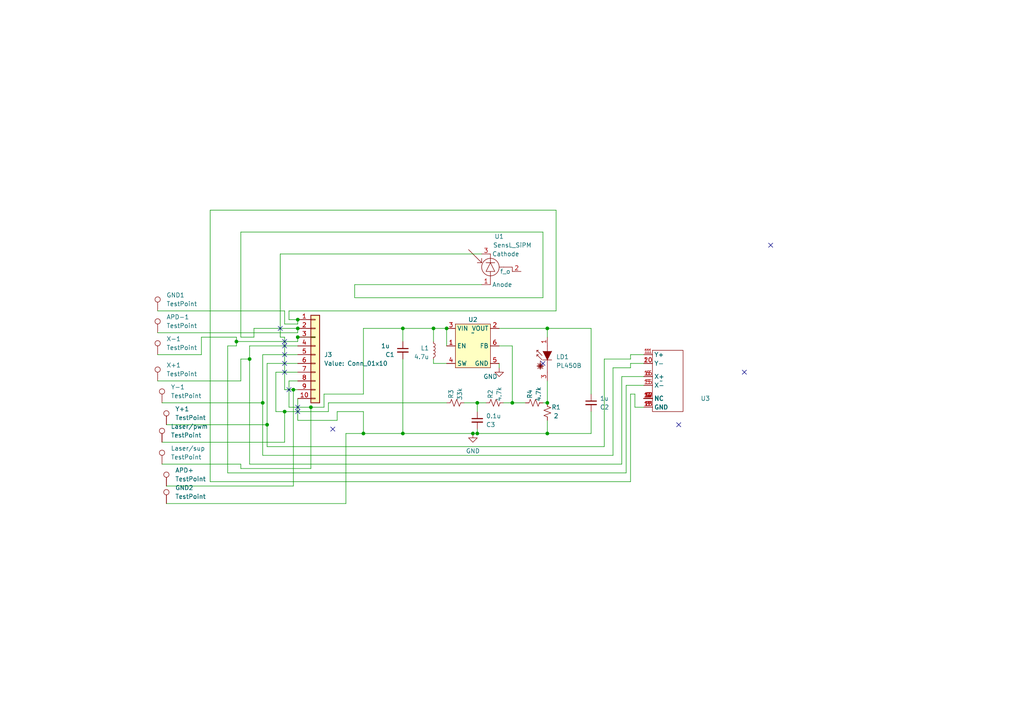
<source format=kicad_sch>
(kicad_sch (version 20230121) (generator eeschema)

  (uuid 08b3d1a9-1627-471f-a392-fd1d4e3923e4)

  (paper "A4")

  (lib_symbols
    (symbol "0_kicad_custom_symbols:AP3036" (in_bom yes) (on_board yes)
      (property "Reference" "U" (at 0 7.62 0)
        (effects (font (size 1.27 1.27)))
      )
      (property "Value" "" (at 0 3.81 0)
        (effects (font (size 1.27 1.27)))
      )
      (property "Footprint" "" (at 0 3.81 0)
        (effects (font (size 1.27 1.27)) hide)
      )
      (property "Datasheet" "" (at 0 3.81 0)
        (effects (font (size 1.27 1.27)) hide)
      )
      (symbol "AP3036_0_0"
        (pin unspecified line (at -7.62 0 0) (length 2.54)
          (name "EN" (effects (font (size 1.27 1.27))))
          (number "1" (effects (font (size 1.27 1.27))))
        )
        (pin unspecified line (at 7.62 5.08 180) (length 2.54)
          (name "VOUT" (effects (font (size 1.27 1.27))))
          (number "2" (effects (font (size 1.27 1.27))))
        )
        (pin unspecified line (at -7.62 5.08 0) (length 2.54)
          (name "VIN" (effects (font (size 1.27 1.27))))
          (number "3" (effects (font (size 1.27 1.27))))
        )
        (pin unspecified line (at -7.62 -5.08 0) (length 2.54)
          (name "SW" (effects (font (size 1.27 1.27))))
          (number "4" (effects (font (size 1.27 1.27))))
        )
        (pin unspecified line (at 7.62 -5.08 180) (length 2.54)
          (name "GND" (effects (font (size 1.27 1.27))))
          (number "5" (effects (font (size 1.27 1.27))))
        )
        (pin unspecified line (at 7.62 0 180) (length 2.54)
          (name "FB" (effects (font (size 1.27 1.27))))
          (number "6" (effects (font (size 1.27 1.27))))
        )
      )
      (symbol "AP3036_1_1"
        (rectangle (start -5.08 6.35) (end 5.08 -6.35)
          (stroke (width 0) (type default))
          (fill (type background))
        )
      )
    )
    (symbol "0_kicad_custom_symbols:SensL_SiPM" (in_bom yes) (on_board yes)
      (property "Reference" "U" (at -6.35 -1.27 0)
        (effects (font (size 1.27 1.27)))
      )
      (property "Value" "SensL_SiPM" (at -8.89 -3.81 0)
        (effects (font (size 1.27 1.27)))
      )
      (property "Footprint" "" (at 0.635 5.715 90)
        (effects (font (size 1.27 1.27)) hide)
      )
      (property "Datasheet" "" (at 0.635 5.715 90)
        (effects (font (size 1.27 1.27)) hide)
      )
      (symbol "SensL_SiPM_0_0"
        (pin unspecified line (at -2.54 -5.08 0) (length 2.54)
          (name "Anode" (effects (font (size 1.27 1.27))))
          (number "1" (effects (font (size 1.27 1.27))))
        )
        (pin unspecified line (at 8.89 -1.27 180) (length 2.54)
          (name "f_o" (effects (font (size 1.27 1.27))))
          (number "2" (effects (font (size 1.27 1.27))))
        )
        (pin unspecified line (at -2.54 3.81 0) (length 2.54)
          (name "Cathode" (effects (font (size 1.27 1.27))))
          (number "3" (effects (font (size 1.27 1.27))))
        )
      )
      (symbol "SensL_SiPM_0_1"
        (polyline
          (pts
            (xy -6.35 5.08)
            (xy -2.54 1.27)
          )
          (stroke (width 0) (type default))
          (fill (type none))
        )
        (polyline
          (pts
            (xy -1.27 1.27)
            (xy 1.27 1.27)
          )
          (stroke (width 0) (type default))
          (fill (type none))
        )
        (polyline
          (pts
            (xy 0 1.27)
            (xy 0 3.81)
          )
          (stroke (width 0) (type default))
          (fill (type none))
        )
        (polyline
          (pts
            (xy 2.54 0)
            (xy 3.81 0)
          )
          (stroke (width 0) (type default))
          (fill (type none))
        )
        (polyline
          (pts
            (xy -2.54 2.54)
            (xy -2.54 1.27)
            (xy -3.81 1.27)
          )
          (stroke (width 0) (type default))
          (fill (type none))
        )
        (polyline
          (pts
            (xy 6.35 -1.27)
            (xy 6.35 0)
            (xy 3.81 0)
          )
          (stroke (width 0) (type default))
          (fill (type none))
        )
        (polyline
          (pts
            (xy -1.27 -1.27)
            (xy 1.27 -1.27)
            (xy 0 1.27)
            (xy -1.27 -1.27)
            (xy 0 -1.27)
            (xy 0 -5.08)
          )
          (stroke (width 0) (type default))
          (fill (type none))
        )
        (circle (center 0 0) (radius 2.54)
          (stroke (width 0) (type default))
          (fill (type none))
        )
      )
    )
    (symbol "Connector:TestPoint" (pin_numbers hide) (pin_names (offset 0.762) hide) (in_bom yes) (on_board yes)
      (property "Reference" "TP" (at 0 6.858 0)
        (effects (font (size 1.27 1.27)))
      )
      (property "Value" "TestPoint" (at 0 5.08 0)
        (effects (font (size 1.27 1.27)))
      )
      (property "Footprint" "" (at 5.08 0 0)
        (effects (font (size 1.27 1.27)) hide)
      )
      (property "Datasheet" "~" (at 5.08 0 0)
        (effects (font (size 1.27 1.27)) hide)
      )
      (property "ki_keywords" "test point tp" (at 0 0 0)
        (effects (font (size 1.27 1.27)) hide)
      )
      (property "ki_description" "test point" (at 0 0 0)
        (effects (font (size 1.27 1.27)) hide)
      )
      (property "ki_fp_filters" "Pin* Test*" (at 0 0 0)
        (effects (font (size 1.27 1.27)) hide)
      )
      (symbol "TestPoint_0_1"
        (circle (center 0 3.302) (radius 0.762)
          (stroke (width 0) (type default))
          (fill (type none))
        )
      )
      (symbol "TestPoint_1_1"
        (pin passive line (at 0 0 90) (length 2.54)
          (name "1" (effects (font (size 1.27 1.27))))
          (number "1" (effects (font (size 1.27 1.27))))
        )
      )
    )
    (symbol "Connector_Generic:Conn_01x10" (pin_names (offset 1.016) hide) (in_bom yes) (on_board yes)
      (property "Reference" "J" (at 0 12.7 0)
        (effects (font (size 1.27 1.27)))
      )
      (property "Value" "Conn_01x10" (at 0 -15.24 0)
        (effects (font (size 1.27 1.27)))
      )
      (property "Footprint" "" (at 0 0 0)
        (effects (font (size 1.27 1.27)) hide)
      )
      (property "Datasheet" "~" (at 0 0 0)
        (effects (font (size 1.27 1.27)) hide)
      )
      (property "ki_keywords" "connector" (at 0 0 0)
        (effects (font (size 1.27 1.27)) hide)
      )
      (property "ki_description" "Generic connector, single row, 01x10, script generated (kicad-library-utils/schlib/autogen/connector/)" (at 0 0 0)
        (effects (font (size 1.27 1.27)) hide)
      )
      (property "ki_fp_filters" "Connector*:*_1x??_*" (at 0 0 0)
        (effects (font (size 1.27 1.27)) hide)
      )
      (symbol "Conn_01x10_1_1"
        (rectangle (start -1.27 -12.573) (end 0 -12.827)
          (stroke (width 0.1524) (type default))
          (fill (type none))
        )
        (rectangle (start -1.27 -10.033) (end 0 -10.287)
          (stroke (width 0.1524) (type default))
          (fill (type none))
        )
        (rectangle (start -1.27 -7.493) (end 0 -7.747)
          (stroke (width 0.1524) (type default))
          (fill (type none))
        )
        (rectangle (start -1.27 -4.953) (end 0 -5.207)
          (stroke (width 0.1524) (type default))
          (fill (type none))
        )
        (rectangle (start -1.27 -2.413) (end 0 -2.667)
          (stroke (width 0.1524) (type default))
          (fill (type none))
        )
        (rectangle (start -1.27 0.127) (end 0 -0.127)
          (stroke (width 0.1524) (type default))
          (fill (type none))
        )
        (rectangle (start -1.27 2.667) (end 0 2.413)
          (stroke (width 0.1524) (type default))
          (fill (type none))
        )
        (rectangle (start -1.27 5.207) (end 0 4.953)
          (stroke (width 0.1524) (type default))
          (fill (type none))
        )
        (rectangle (start -1.27 7.747) (end 0 7.493)
          (stroke (width 0.1524) (type default))
          (fill (type none))
        )
        (rectangle (start -1.27 10.287) (end 0 10.033)
          (stroke (width 0.1524) (type default))
          (fill (type none))
        )
        (rectangle (start -1.27 11.43) (end 1.27 -13.97)
          (stroke (width 0.254) (type default))
          (fill (type background))
        )
        (pin passive line (at -5.08 10.16 0) (length 3.81)
          (name "Pin_1" (effects (font (size 1.27 1.27))))
          (number "1" (effects (font (size 1.27 1.27))))
        )
        (pin passive line (at -5.08 -12.7 0) (length 3.81)
          (name "Pin_10" (effects (font (size 1.27 1.27))))
          (number "10" (effects (font (size 1.27 1.27))))
        )
        (pin passive line (at -5.08 7.62 0) (length 3.81)
          (name "Pin_2" (effects (font (size 1.27 1.27))))
          (number "2" (effects (font (size 1.27 1.27))))
        )
        (pin passive line (at -5.08 5.08 0) (length 3.81)
          (name "Pin_3" (effects (font (size 1.27 1.27))))
          (number "3" (effects (font (size 1.27 1.27))))
        )
        (pin passive line (at -5.08 2.54 0) (length 3.81)
          (name "Pin_4" (effects (font (size 1.27 1.27))))
          (number "4" (effects (font (size 1.27 1.27))))
        )
        (pin passive line (at -5.08 0 0) (length 3.81)
          (name "Pin_5" (effects (font (size 1.27 1.27))))
          (number "5" (effects (font (size 1.27 1.27))))
        )
        (pin passive line (at -5.08 -2.54 0) (length 3.81)
          (name "Pin_6" (effects (font (size 1.27 1.27))))
          (number "6" (effects (font (size 1.27 1.27))))
        )
        (pin passive line (at -5.08 -5.08 0) (length 3.81)
          (name "Pin_7" (effects (font (size 1.27 1.27))))
          (number "7" (effects (font (size 1.27 1.27))))
        )
        (pin passive line (at -5.08 -7.62 0) (length 3.81)
          (name "Pin_8" (effects (font (size 1.27 1.27))))
          (number "8" (effects (font (size 1.27 1.27))))
        )
        (pin passive line (at -5.08 -10.16 0) (length 3.81)
          (name "Pin_9" (effects (font (size 1.27 1.27))))
          (number "9" (effects (font (size 1.27 1.27))))
        )
      )
    )
    (symbol "Device:C_Small" (pin_numbers hide) (pin_names (offset 0.254) hide) (in_bom yes) (on_board yes)
      (property "Reference" "C" (at 0.254 1.778 0)
        (effects (font (size 1.27 1.27)) (justify left))
      )
      (property "Value" "C_Small" (at 0.254 -2.032 0)
        (effects (font (size 1.27 1.27)) (justify left))
      )
      (property "Footprint" "" (at 0 0 0)
        (effects (font (size 1.27 1.27)) hide)
      )
      (property "Datasheet" "~" (at 0 0 0)
        (effects (font (size 1.27 1.27)) hide)
      )
      (property "ki_keywords" "capacitor cap" (at 0 0 0)
        (effects (font (size 1.27 1.27)) hide)
      )
      (property "ki_description" "Unpolarized capacitor, small symbol" (at 0 0 0)
        (effects (font (size 1.27 1.27)) hide)
      )
      (property "ki_fp_filters" "C_*" (at 0 0 0)
        (effects (font (size 1.27 1.27)) hide)
      )
      (symbol "C_Small_0_1"
        (polyline
          (pts
            (xy -1.524 -0.508)
            (xy 1.524 -0.508)
          )
          (stroke (width 0.3302) (type default))
          (fill (type none))
        )
        (polyline
          (pts
            (xy -1.524 0.508)
            (xy 1.524 0.508)
          )
          (stroke (width 0.3048) (type default))
          (fill (type none))
        )
      )
      (symbol "C_Small_1_1"
        (pin passive line (at 0 2.54 270) (length 2.032)
          (name "~" (effects (font (size 1.27 1.27))))
          (number "1" (effects (font (size 1.27 1.27))))
        )
        (pin passive line (at 0 -2.54 90) (length 2.032)
          (name "~" (effects (font (size 1.27 1.27))))
          (number "2" (effects (font (size 1.27 1.27))))
        )
      )
    )
    (symbol "Device:L_Small" (pin_numbers hide) (pin_names (offset 0.254) hide) (in_bom yes) (on_board yes)
      (property "Reference" "L" (at 0.762 1.016 0)
        (effects (font (size 1.27 1.27)) (justify left))
      )
      (property "Value" "L_Small" (at 0.762 -1.016 0)
        (effects (font (size 1.27 1.27)) (justify left))
      )
      (property "Footprint" "" (at 0 0 0)
        (effects (font (size 1.27 1.27)) hide)
      )
      (property "Datasheet" "~" (at 0 0 0)
        (effects (font (size 1.27 1.27)) hide)
      )
      (property "ki_keywords" "inductor choke coil reactor magnetic" (at 0 0 0)
        (effects (font (size 1.27 1.27)) hide)
      )
      (property "ki_description" "Inductor, small symbol" (at 0 0 0)
        (effects (font (size 1.27 1.27)) hide)
      )
      (property "ki_fp_filters" "Choke_* *Coil* Inductor_* L_*" (at 0 0 0)
        (effects (font (size 1.27 1.27)) hide)
      )
      (symbol "L_Small_0_1"
        (arc (start 0 -2.032) (mid 0.5058 -1.524) (end 0 -1.016)
          (stroke (width 0) (type default))
          (fill (type none))
        )
        (arc (start 0 -1.016) (mid 0.5058 -0.508) (end 0 0)
          (stroke (width 0) (type default))
          (fill (type none))
        )
        (arc (start 0 0) (mid 0.5058 0.508) (end 0 1.016)
          (stroke (width 0) (type default))
          (fill (type none))
        )
        (arc (start 0 1.016) (mid 0.5058 1.524) (end 0 2.032)
          (stroke (width 0) (type default))
          (fill (type none))
        )
      )
      (symbol "L_Small_1_1"
        (pin passive line (at 0 2.54 270) (length 0.508)
          (name "~" (effects (font (size 1.27 1.27))))
          (number "1" (effects (font (size 1.27 1.27))))
        )
        (pin passive line (at 0 -2.54 90) (length 0.508)
          (name "~" (effects (font (size 1.27 1.27))))
          (number "2" (effects (font (size 1.27 1.27))))
        )
      )
    )
    (symbol "Device:R_Small_US" (pin_numbers hide) (pin_names (offset 0.254) hide) (in_bom yes) (on_board yes)
      (property "Reference" "R" (at 0.762 0.508 0)
        (effects (font (size 1.27 1.27)) (justify left))
      )
      (property "Value" "R_Small_US" (at 0.762 -1.016 0)
        (effects (font (size 1.27 1.27)) (justify left))
      )
      (property "Footprint" "" (at 0 0 0)
        (effects (font (size 1.27 1.27)) hide)
      )
      (property "Datasheet" "~" (at 0 0 0)
        (effects (font (size 1.27 1.27)) hide)
      )
      (property "ki_keywords" "r resistor" (at 0 0 0)
        (effects (font (size 1.27 1.27)) hide)
      )
      (property "ki_description" "Resistor, small US symbol" (at 0 0 0)
        (effects (font (size 1.27 1.27)) hide)
      )
      (property "ki_fp_filters" "R_*" (at 0 0 0)
        (effects (font (size 1.27 1.27)) hide)
      )
      (symbol "R_Small_US_1_1"
        (polyline
          (pts
            (xy 0 0)
            (xy 1.016 -0.381)
            (xy 0 -0.762)
            (xy -1.016 -1.143)
            (xy 0 -1.524)
          )
          (stroke (width 0) (type default))
          (fill (type none))
        )
        (polyline
          (pts
            (xy 0 1.524)
            (xy 1.016 1.143)
            (xy 0 0.762)
            (xy -1.016 0.381)
            (xy 0 0)
          )
          (stroke (width 0) (type default))
          (fill (type none))
        )
        (pin passive line (at 0 2.54 270) (length 1.016)
          (name "~" (effects (font (size 1.27 1.27))))
          (number "1" (effects (font (size 1.27 1.27))))
        )
        (pin passive line (at 0 -2.54 90) (length 1.016)
          (name "~" (effects (font (size 1.27 1.27))))
          (number "2" (effects (font (size 1.27 1.27))))
        )
      )
    )
    (symbol "Diode_Laser:PL450B" (pin_names (offset 1.016) hide) (in_bom yes) (on_board yes)
      (property "Reference" "LD" (at -1.27 4.445 0)
        (effects (font (size 1.27 1.27)))
      )
      (property "Value" "PL450B" (at -1.27 -2.54 0)
        (effects (font (size 1.27 1.27)))
      )
      (property "Footprint" "OptoDevice:LaserDiode_TO38ICut-3" (at 0 -4.445 0)
        (effects (font (size 1.27 1.27)) hide)
      )
      (property "Datasheet" "http://www.osram-os.com/Graphics/XPic5/00193831_0.pdf/PL%20450B.pdf" (at 0.762 -5.08 0)
        (effects (font (size 1.27 1.27)) hide)
      )
      (property "ki_keywords" "opto laserdiode" (at 0 0 0)
        (effects (font (size 1.27 1.27)) hide)
      )
      (property "ki_description" "Blue Laser Diode (450nm), TO-38" (at 0 0 0)
        (effects (font (size 1.27 1.27)) hide)
      )
      (property "ki_fp_filters" "LaserDiode*TO38ICut*" (at 0 0 0)
        (effects (font (size 1.27 1.27)) hide)
      )
      (symbol "PL450B_0_1"
        (polyline
          (pts
            (xy -4.064 1.27)
            (xy -2.54 2.794)
          )
          (stroke (width 0) (type default))
          (fill (type none))
        )
        (polyline
          (pts
            (xy -4.064 1.778)
            (xy -2.54 2.286)
          )
          (stroke (width 0) (type default))
          (fill (type none))
        )
        (polyline
          (pts
            (xy -4.064 2.286)
            (xy -2.54 1.778)
          )
          (stroke (width 0) (type default))
          (fill (type none))
        )
        (polyline
          (pts
            (xy -4.064 2.794)
            (xy -2.54 1.27)
          )
          (stroke (width 0) (type default))
          (fill (type none))
        )
        (polyline
          (pts
            (xy -3.556 2.794)
            (xy -3.048 1.27)
          )
          (stroke (width 0) (type default))
          (fill (type none))
        )
        (polyline
          (pts
            (xy -3.302 2.032)
            (xy -3.302 1.016)
          )
          (stroke (width 0) (type default))
          (fill (type none))
        )
        (polyline
          (pts
            (xy -3.302 2.032)
            (xy -3.302 3.048)
          )
          (stroke (width 0) (type default))
          (fill (type none))
        )
        (polyline
          (pts
            (xy -3.048 2.794)
            (xy -3.556 1.27)
          )
          (stroke (width 0) (type default))
          (fill (type none))
        )
        (polyline
          (pts
            (xy -1.778 2.032)
            (xy -4.318 2.032)
          )
          (stroke (width 0) (type default))
          (fill (type none))
        )
        (polyline
          (pts
            (xy -1.524 1.27)
            (xy -1.524 -1.27)
          )
          (stroke (width 0.1524) (type default))
          (fill (type none))
        )
        (polyline
          (pts
            (xy 1.27 3.048)
            (xy 0.762 3.048)
          )
          (stroke (width 0) (type default))
          (fill (type none))
        )
        (polyline
          (pts
            (xy 2.54 0)
            (xy -5.08 0)
          )
          (stroke (width 0) (type default))
          (fill (type none))
        )
        (polyline
          (pts
            (xy -0.254 1.524)
            (xy 1.27 3.048)
            (xy 1.27 2.54)
          )
          (stroke (width 0) (type default))
          (fill (type none))
        )
        (polyline
          (pts
            (xy 1.016 1.27)
            (xy -1.524 0)
            (xy 1.016 -1.27)
          )
          (stroke (width 0) (type default))
          (fill (type outline))
        )
        (polyline
          (pts
            (xy -1.524 1.524)
            (xy 0 3.048)
            (xy 0 2.54)
            (xy 0 3.048)
            (xy -0.508 3.048)
          )
          (stroke (width 0) (type default))
          (fill (type none))
        )
      )
      (symbol "PL450B_1_1"
        (pin passive line (at 5.08 0 180) (length 2.54)
          (name "A" (effects (font (size 1.27 1.27))))
          (number "1" (effects (font (size 1.27 1.27))))
        )
        (pin no_connect line (at -1.27 0 0) (length 2.54) hide
          (name "NC" (effects (font (size 1.27 1.27))))
          (number "2" (effects (font (size 1.27 1.27))))
        )
        (pin passive line (at -7.62 0 0) (length 2.54)
          (name "C" (effects (font (size 1.27 1.27))))
          (number "3" (effects (font (size 1.27 1.27))))
        )
      )
    )
    (symbol "MEMS MIRROR:MEMS" (in_bom yes) (on_board yes)
      (property "Reference" "U" (at -2.54 6.35 0)
        (effects (font (size 1.27 1.27)))
      )
      (property "Value" "" (at -2.54 6.35 0)
        (effects (font (size 1.27 1.27)))
      )
      (property "Footprint" "" (at -2.54 6.35 0)
        (effects (font (size 1.27 1.27)) hide)
      )
      (property "Datasheet" "" (at -2.54 6.35 0)
        (effects (font (size 1.27 1.27)) hide)
      )
      (symbol "MEMS_0_1"
        (rectangle (start -2.54 8.89) (end 6.35 -8.89)
          (stroke (width 0) (type default))
          (fill (type none))
        )
      )
      (symbol "MEMS_1_0"
        (pin input line (at -5.08 5.08 0) (length 2.54)
          (name "Y-" (effects (font (size 1.27 1.27))))
          (number "10" (effects (font (size 1.27 1.27))))
        )
        (pin input line (at -5.08 7.62 0) (length 2.54)
          (name "Y+" (effects (font (size 1.27 1.27))))
          (number "11" (effects (font (size 1.27 1.27))))
        )
        (pin input line (at -5.08 -5.08 0) (length 2.54)
          (name "NC" (effects (font (size 1.27 1.27))))
          (number "12" (effects (font (size 1.27 1.27))))
        )
        (pin input line (at -5.08 -7.62 0) (length 2.54)
          (name "GND" (effects (font (size 1.27 1.27))))
          (number "13" (effects (font (size 1.27 1.27))))
        )
        (pin input line (at -5.08 -5.08 0) (length 2.54)
          (name "NC" (effects (font (size 1.27 1.27))))
          (number "14" (effects (font (size 1.27 1.27))))
        )
        (pin input line (at -5.08 -1.27 0) (length 2.54)
          (name "X-" (effects (font (size 1.27 1.27))))
          (number "15" (effects (font (size 1.27 1.27))))
        )
        (pin input line (at -5.08 1.27 0) (length 2.54)
          (name "X+" (effects (font (size 1.27 1.27))))
          (number "16" (effects (font (size 1.27 1.27))))
        )
        (pin input line (at -5.08 -5.08 0) (length 2.54)
          (name "NC" (effects (font (size 1.27 1.27))))
          (number "17" (effects (font (size 1.27 1.27))))
        )
        (pin input line (at -5.08 -7.62 0) (length 2.54)
          (name "GND" (effects (font (size 1.27 1.27))))
          (number "18" (effects (font (size 1.27 1.27))))
        )
        (pin input line (at -5.08 -5.08 0) (length 2.54)
          (name "NC" (effects (font (size 1.27 1.27))))
          (number "19" (effects (font (size 1.27 1.27))))
        )
        (pin input line (at -5.08 5.08 0) (length 2.54)
          (name "Y-" (effects (font (size 1.27 1.27))))
          (number "20" (effects (font (size 1.27 1.27))))
        )
        (pin input line (at -5.08 -1.27 0) (length 2.54)
          (name "X-" (effects (font (size 1.27 1.27))))
          (number "5" (effects (font (size 1.27 1.27))))
        )
        (pin input line (at -5.08 1.27 0) (length 2.54)
          (name "X+" (effects (font (size 1.27 1.27))))
          (number "6" (effects (font (size 1.27 1.27))))
        )
        (pin input line (at -5.08 -5.08 0) (length 2.54)
          (name "NC" (effects (font (size 1.27 1.27))))
          (number "7" (effects (font (size 1.27 1.27))))
        )
        (pin input line (at -5.08 -7.62 0) (length 2.54)
          (name "GND" (effects (font (size 1.27 1.27))))
          (number "8" (effects (font (size 1.27 1.27))))
        )
        (pin input line (at -5.08 -5.08 0) (length 2.54)
          (name "NC" (effects (font (size 1.27 1.27))))
          (number "9" (effects (font (size 1.27 1.27))))
        )
      )
      (symbol "MEMS_1_1"
        (pin input line (at -5.08 7.62 0) (length 2.54)
          (name "Y+" (effects (font (size 1.27 1.27))))
          (number "1" (effects (font (size 1.27 1.27))))
        )
        (pin input line (at -5.08 -5.08 0) (length 2.54)
          (name "NC" (effects (font (size 1.27 1.27))))
          (number "2" (effects (font (size 1.27 1.27))))
        )
        (pin input line (at -5.08 -7.62 0) (length 2.54)
          (name "GND" (effects (font (size 1.27 1.27))))
          (number "3" (effects (font (size 1.27 1.27))))
        )
        (pin input line (at -5.08 -5.08 0) (length 2.54)
          (name "NC" (effects (font (size 1.27 1.27))))
          (number "4" (effects (font (size 1.27 1.27))))
        )
      )
    )
    (symbol "power:GND" (power) (pin_names (offset 0)) (in_bom yes) (on_board yes)
      (property "Reference" "#PWR" (at 0 -6.35 0)
        (effects (font (size 1.27 1.27)) hide)
      )
      (property "Value" "GND" (at 0 -3.81 0)
        (effects (font (size 1.27 1.27)))
      )
      (property "Footprint" "" (at 0 0 0)
        (effects (font (size 1.27 1.27)) hide)
      )
      (property "Datasheet" "" (at 0 0 0)
        (effects (font (size 1.27 1.27)) hide)
      )
      (property "ki_keywords" "global power" (at 0 0 0)
        (effects (font (size 1.27 1.27)) hide)
      )
      (property "ki_description" "Power symbol creates a global label with name \"GND\" , ground" (at 0 0 0)
        (effects (font (size 1.27 1.27)) hide)
      )
      (symbol "GND_0_1"
        (polyline
          (pts
            (xy 0 0)
            (xy 0 -1.27)
            (xy 1.27 -1.27)
            (xy 0 -2.54)
            (xy -1.27 -1.27)
            (xy 0 -1.27)
          )
          (stroke (width 0) (type default))
          (fill (type none))
        )
      )
      (symbol "GND_1_1"
        (pin power_in line (at 0 0 270) (length 0) hide
          (name "GND" (effects (font (size 1.27 1.27))))
          (number "1" (effects (font (size 1.27 1.27))))
        )
      )
    )
  )

  (junction (at 116.84 125.73) (diameter 0) (color 0 0 0 0)
    (uuid 099f6697-6315-403c-8c8e-497c4412ff34)
  )
  (junction (at 148.59 116.84) (diameter 0) (color 0 0 0 0)
    (uuid 126681eb-dfdc-4b51-aa8e-f5ba4fb3a653)
  )
  (junction (at 86.36 92.71) (diameter 0) (color 0 0 0 0)
    (uuid 1ec40c3a-ed0f-4380-a9bf-dc80cddba9fd)
  )
  (junction (at 90.17 118.11) (diameter 0) (color 0 0 0 0)
    (uuid 217d3685-4f23-430e-9293-00198f5d1abe)
  )
  (junction (at 86.36 97.79) (diameter 0) (color 0 0 0 0)
    (uuid 2a0c3281-4030-4c0a-b9be-7e57ab8163e2)
  )
  (junction (at 82.55 119.38) (diameter 0) (color 0 0 0 0)
    (uuid 33783f0d-97f0-4d7a-9949-d1819759bead)
  )
  (junction (at 137.16 125.73) (diameter 0) (color 0 0 0 0)
    (uuid 383b3e20-eb20-4578-8a27-600d95058fad)
  )
  (junction (at 158.75 125.73) (diameter 0) (color 0 0 0 0)
    (uuid 422de3cb-fe65-4b4e-b0a5-3c12c9675b0f)
  )
  (junction (at 85.09 113.03) (diameter 0) (color 0 0 0 0)
    (uuid 44ec4142-be75-4fed-bf61-f6e7f5b1debf)
  )
  (junction (at 138.43 116.84) (diameter 0) (color 0 0 0 0)
    (uuid 454e8f9e-b50e-4e83-9057-54bd6756c81d)
  )
  (junction (at 116.84 95.25) (diameter 0) (color 0 0 0 0)
    (uuid 5bf74953-b937-4102-bc95-ca36c7560d9b)
  )
  (junction (at 105.41 125.73) (diameter 0) (color 0 0 0 0)
    (uuid 6aa0f8c0-58bd-49e7-ad2f-6a4d3e7e5a73)
  )
  (junction (at 125.73 95.25) (diameter 0) (color 0 0 0 0)
    (uuid 774b7531-a527-42d8-8f5a-b92abc7b656b)
  )
  (junction (at 72.39 104.14) (diameter 0) (color 0 0 0 0)
    (uuid 8c4047aa-c682-4cc6-ae4c-1e03f6832b62)
  )
  (junction (at 138.43 125.73) (diameter 0) (color 0 0 0 0)
    (uuid 98cf67a1-46ad-456b-a06a-a7de9ce747d0)
  )
  (junction (at 68.58 99.06) (diameter 0) (color 0 0 0 0)
    (uuid a68ce669-dabe-495d-b95b-f29339abfd8c)
  )
  (junction (at 77.47 123.19) (diameter 0) (color 0 0 0 0)
    (uuid b825e2cb-46f3-458d-a883-1539539b84eb)
  )
  (junction (at 129.54 95.25) (diameter 0) (color 0 0 0 0)
    (uuid ba8c3785-1a4b-4ccd-bd28-788d8f860ed0)
  )
  (junction (at 76.2 116.84) (diameter 0) (color 0 0 0 0)
    (uuid c597ce65-9f5c-44ec-8559-2eacd0ca3503)
  )
  (junction (at 158.75 116.84) (diameter 0) (color 0 0 0 0)
    (uuid c65828f4-84a8-4804-ba2c-90a79cd93353)
  )
  (junction (at 158.75 95.25) (diameter 0) (color 0 0 0 0)
    (uuid e3d50524-cd8a-44ae-82fb-18cc1088e5c6)
  )
  (junction (at 86.36 95.25) (diameter 0) (color 0 0 0 0)
    (uuid e6acd325-3254-4afb-a78e-598271545700)
  )

  (no_connect (at 82.55 102.87) (uuid 024965b9-8879-45ac-b3fe-fa7d66caf7a2))
  (no_connect (at 96.52 124.46) (uuid 1018d2ab-efd3-44d6-91a5-da0df312a4ae))
  (no_connect (at 81.28 95.25) (uuid 31e339a7-942e-4406-a0fb-2c103139b2c1))
  (no_connect (at 82.55 105.41) (uuid 4b83369a-4cf5-49bb-9ac8-5bb2853b4125))
  (no_connect (at 215.9 107.95) (uuid 623b6352-5c1a-4cb0-be08-4819aa854be4))
  (no_connect (at 82.55 107.95) (uuid 7edecd50-f385-48b0-8a66-6a7a376fa283))
  (no_connect (at 82.55 99.06) (uuid 85d75427-1ac5-4b3c-b8fc-965aeafbf224))
  (no_connect (at 196.85 123.19) (uuid b1f216fc-116b-4bdb-b954-979aa9214475))
  (no_connect (at 223.52 71.12) (uuid b40b53d4-8dd9-442e-9ee1-a8aaa9318322))
  (no_connect (at 86.36 118.11) (uuid bb867413-7134-4b11-ab7c-a3bbf9364fad))
  (no_connect (at 86.36 119.38) (uuid c04a3c48-74f2-4402-bc4b-32b70b6758a6))
  (no_connect (at 83.82 113.03) (uuid c84bd1c1-a769-441f-85be-cd5d5566cfc9))
  (no_connect (at 157.48 105.41) (uuid d9e07741-f824-4a2c-9dcb-8ac2fe8c1354))
  (no_connect (at 82.55 100.33) (uuid f6d4c54c-9b6c-44fd-b8ed-b5029c50c272))

  (wire (pts (xy 86.36 121.92) (xy 86.36 115.57))
    (stroke (width 0) (type default))
    (uuid 02f622ce-fa99-4de7-bf45-49c0d47fa23e)
  )
  (wire (pts (xy 69.85 134.62) (xy 69.85 135.89))
    (stroke (width 0) (type default))
    (uuid 0368de45-3bed-4b8b-a39c-2d11e331a02c)
  )
  (wire (pts (xy 76.2 116.84) (xy 76.2 132.08))
    (stroke (width 0) (type default))
    (uuid 03c99467-217e-461e-9e68-e8db5d4ff138)
  )
  (wire (pts (xy 157.48 67.31) (xy 69.85 67.31))
    (stroke (width 0) (type default))
    (uuid 053177cb-5c7c-406f-8fcc-06c56643c313)
  )
  (wire (pts (xy 45.72 96.52) (xy 86.36 96.52))
    (stroke (width 0) (type default))
    (uuid 05ef8fbf-2c02-42fe-83c6-4940e51db823)
  )
  (wire (pts (xy 82.55 128.27) (xy 82.55 119.38))
    (stroke (width 0) (type default))
    (uuid 067096b7-8f30-45fe-bbba-ca82705ca6c8)
  )
  (wire (pts (xy 186.69 105.41) (xy 182.88 105.41))
    (stroke (width 0) (type default))
    (uuid 068726a2-1969-4121-ad01-d55809c4b781)
  )
  (wire (pts (xy 81.28 73.66) (xy 81.28 97.79))
    (stroke (width 0) (type default))
    (uuid 085a45eb-0600-417f-80f6-62fe7cb3ca25)
  )
  (wire (pts (xy 72.39 104.14) (xy 72.39 134.62))
    (stroke (width 0) (type default))
    (uuid 0d009092-bec8-419c-9b6e-3103d38579d6)
  )
  (wire (pts (xy 125.73 105.41) (xy 129.54 105.41))
    (stroke (width 0) (type default))
    (uuid 0efc5fff-32df-4653-ae25-3bcdf0415239)
  )
  (wire (pts (xy 158.75 110.49) (xy 158.75 116.84))
    (stroke (width 0) (type default))
    (uuid 0f8fb098-87f3-441a-bc1f-4d85be0334e8)
  )
  (wire (pts (xy 83.82 118.11) (xy 90.17 118.11))
    (stroke (width 0) (type default))
    (uuid 1285bf84-d1d3-4a01-b44d-571796dd3325)
  )
  (wire (pts (xy 86.36 95.25) (xy 86.36 96.52))
    (stroke (width 0) (type default))
    (uuid 133026ce-623e-4261-a560-9815d957dc17)
  )
  (wire (pts (xy 81.28 97.79) (xy 82.55 97.79))
    (stroke (width 0) (type default))
    (uuid 1693eea9-c8c9-4ecf-8bd1-bf065533599b)
  )
  (wire (pts (xy 60.96 60.96) (xy 161.29 60.96))
    (stroke (width 0) (type default))
    (uuid 19f80649-9aba-47d1-8c2a-3aadd940cbf6)
  )
  (wire (pts (xy 73.66 95.25) (xy 86.36 95.25))
    (stroke (width 0) (type default))
    (uuid 1c25fbe5-814c-4ba4-960c-757617537026)
  )
  (wire (pts (xy 182.88 105.41) (xy 182.88 106.68))
    (stroke (width 0) (type default))
    (uuid 1c38ff93-2be6-44c3-b568-6b358fb96d62)
  )
  (wire (pts (xy 157.48 86.36) (xy 157.48 67.31))
    (stroke (width 0) (type default))
    (uuid 1e1e4ccb-5b20-47e4-b305-d8e34ddf806d)
  )
  (wire (pts (xy 80.01 119.38) (xy 82.55 119.38))
    (stroke (width 0) (type default))
    (uuid 1eaf7d45-77ec-499c-a65a-d1f6b07ec65c)
  )
  (wire (pts (xy 60.96 60.96) (xy 60.96 139.7))
    (stroke (width 0) (type default))
    (uuid 1f839c29-34a2-4100-aa4d-4ee3e8cd143a)
  )
  (wire (pts (xy 95.25 116.84) (xy 129.54 116.84))
    (stroke (width 0) (type default))
    (uuid 21ea817e-2b55-45b6-8217-23cf530dd6d5)
  )
  (wire (pts (xy 102.87 86.36) (xy 157.48 86.36))
    (stroke (width 0) (type default))
    (uuid 29968638-e1ae-4020-a6c7-567d5cd311e9)
  )
  (wire (pts (xy 48.26 140.97) (xy 85.09 140.97))
    (stroke (width 0) (type default))
    (uuid 2ab930b3-9dcd-4925-882c-3df89698d560)
  )
  (wire (pts (xy 182.88 106.68) (xy 177.8 106.68))
    (stroke (width 0) (type default))
    (uuid 2cdddd3e-2fec-4858-818d-5ace322186c8)
  )
  (wire (pts (xy 180.34 134.62) (xy 72.39 134.62))
    (stroke (width 0) (type default))
    (uuid 2fe68055-b783-4bfb-a1ea-a9b7bedef5d4)
  )
  (wire (pts (xy 184.15 118.11) (xy 184.15 114.3))
    (stroke (width 0) (type default))
    (uuid 311edb8d-aa33-4a4c-b151-116e04e45de8)
  )
  (wire (pts (xy 158.75 121.92) (xy 158.75 125.73))
    (stroke (width 0) (type default))
    (uuid 32d0fcd9-aa84-43da-b181-f7a078590dca)
  )
  (wire (pts (xy 182.88 114.3) (xy 182.88 139.7))
    (stroke (width 0) (type default))
    (uuid 3396a3b0-7ed2-4c48-ba85-daa7f6249fb7)
  )
  (wire (pts (xy 72.39 100.33) (xy 86.36 100.33))
    (stroke (width 0) (type default))
    (uuid 34fb2cc4-0174-4c60-b01f-c8626893953a)
  )
  (wire (pts (xy 97.79 119.38) (xy 97.79 121.92))
    (stroke (width 0) (type default))
    (uuid 38f5ad53-e945-4a38-8e58-c2ac78c8e9b1)
  )
  (wire (pts (xy 83.82 92.71) (xy 86.36 92.71))
    (stroke (width 0) (type default))
    (uuid 39385c7e-04eb-4bd1-9f40-9031b3ea2f0c)
  )
  (wire (pts (xy 175.26 104.14) (xy 175.26 129.54))
    (stroke (width 0) (type default))
    (uuid 3abc5cc6-b93d-46a9-8076-463d25e1320e)
  )
  (wire (pts (xy 144.78 100.33) (xy 148.59 100.33))
    (stroke (width 0) (type default))
    (uuid 3cca01ed-ebae-4603-a36e-c3dd6ed8dbd1)
  )
  (wire (pts (xy 158.75 95.25) (xy 144.78 95.25))
    (stroke (width 0) (type default))
    (uuid 3d8496da-2f4b-4a4a-a61c-9c989506ca96)
  )
  (wire (pts (xy 146.05 116.84) (xy 148.59 116.84))
    (stroke (width 0) (type default))
    (uuid 3fec53ff-8417-4b50-a273-71688da8553c)
  )
  (wire (pts (xy 138.43 124.46) (xy 138.43 125.73))
    (stroke (width 0) (type default))
    (uuid 442b2f0e-57e5-4f60-baab-d5f3b16217b3)
  )
  (wire (pts (xy 66.04 100.33) (xy 68.58 100.33))
    (stroke (width 0) (type default))
    (uuid 45a8699f-517b-4d97-9acf-910411d374e7)
  )
  (wire (pts (xy 77.47 105.41) (xy 86.36 105.41))
    (stroke (width 0) (type default))
    (uuid 4779b5c7-b5e7-4b2a-aece-3f6b8e8a6d7f)
  )
  (wire (pts (xy 68.58 97.79) (xy 68.58 99.06))
    (stroke (width 0) (type default))
    (uuid 4e55dff9-8186-4009-9970-26e3a4adf7f7)
  )
  (wire (pts (xy 72.39 100.33) (xy 72.39 104.14))
    (stroke (width 0) (type default))
    (uuid 514eaf84-9322-459f-b0b7-5e037f81e402)
  )
  (wire (pts (xy 69.85 67.31) (xy 69.85 97.79))
    (stroke (width 0) (type default))
    (uuid 556fb89e-d547-4104-95bb-6290df3b3593)
  )
  (wire (pts (xy 148.59 100.33) (xy 148.59 116.84))
    (stroke (width 0) (type default))
    (uuid 59a2dae0-d557-4c0d-b3d8-b2b35659d09c)
  )
  (wire (pts (xy 46.99 134.62) (xy 69.85 134.62))
    (stroke (width 0) (type default))
    (uuid 5bb69901-ac6a-4f9b-9d13-a4c770ec967f)
  )
  (wire (pts (xy 138.43 125.73) (xy 158.75 125.73))
    (stroke (width 0) (type default))
    (uuid 5caab049-3c11-4a43-be7e-b3479092922d)
  )
  (wire (pts (xy 158.75 95.25) (xy 158.75 97.79))
    (stroke (width 0) (type default))
    (uuid 5d16e2de-dca9-4ef3-b5f9-b225e6331bd0)
  )
  (wire (pts (xy 77.47 123.19) (xy 77.47 129.54))
    (stroke (width 0) (type default))
    (uuid 671d9409-b5c3-47f5-93b7-34637b210ffa)
  )
  (wire (pts (xy 182.88 102.87) (xy 182.88 104.14))
    (stroke (width 0) (type default))
    (uuid 6a615d59-6523-4d41-b85b-5b13f81c4b82)
  )
  (wire (pts (xy 138.43 116.84) (xy 138.43 119.38))
    (stroke (width 0) (type default))
    (uuid 6ccd24f1-a1b2-40b5-8fdb-0b3f9111ac52)
  )
  (wire (pts (xy 82.55 119.38) (xy 95.25 119.38))
    (stroke (width 0) (type default))
    (uuid 6ccdbefc-3607-4a6d-9235-5e79510aa17d)
  )
  (wire (pts (xy 82.55 90.17) (xy 82.55 93.98))
    (stroke (width 0) (type default))
    (uuid 71d3886f-1eba-4136-8703-edb993a8b413)
  )
  (wire (pts (xy 69.85 110.49) (xy 69.85 104.14))
    (stroke (width 0) (type default))
    (uuid 764ff5c0-55f1-43f9-bf4d-f1bb15c290c8)
  )
  (wire (pts (xy 105.41 125.73) (xy 116.84 125.73))
    (stroke (width 0) (type default))
    (uuid 76544a91-1d20-4322-b99a-4c8a2a0faefc)
  )
  (wire (pts (xy 95.25 116.84) (xy 95.25 119.38))
    (stroke (width 0) (type default))
    (uuid 76cef116-2120-4a58-b25b-80e8709c12da)
  )
  (wire (pts (xy 181.61 111.76) (xy 186.69 111.76))
    (stroke (width 0) (type default))
    (uuid 77d6b04d-55d9-49ff-b1b8-aa5cffdf4e2b)
  )
  (wire (pts (xy 45.72 110.49) (xy 69.85 110.49))
    (stroke (width 0) (type default))
    (uuid 7816a75e-13ec-4e9d-83a3-832367f55397)
  )
  (wire (pts (xy 48.26 146.05) (xy 100.33 146.05))
    (stroke (width 0) (type default))
    (uuid 78b962f6-cf09-463d-83ec-c83936a851ad)
  )
  (wire (pts (xy 181.61 137.16) (xy 66.04 137.16))
    (stroke (width 0) (type default))
    (uuid 79ee3693-9753-47fd-a73e-a26a3be32db8)
  )
  (wire (pts (xy 102.87 82.55) (xy 102.87 86.36))
    (stroke (width 0) (type default))
    (uuid 7bf272ce-ef01-4dc5-ad85-b34d9becdbf4)
  )
  (wire (pts (xy 177.8 132.08) (xy 76.2 132.08))
    (stroke (width 0) (type default))
    (uuid 7c08efe8-0c48-4a3b-8f39-6b3e3c2e9820)
  )
  (wire (pts (xy 171.45 119.38) (xy 171.45 125.73))
    (stroke (width 0) (type default))
    (uuid 7cf5da6a-b6d4-4237-bb57-5cb13434c198)
  )
  (wire (pts (xy 58.42 97.79) (xy 68.58 97.79))
    (stroke (width 0) (type default))
    (uuid 7e40e75c-3afb-4698-a23a-b32e5074efd9)
  )
  (wire (pts (xy 86.36 97.79) (xy 91.44 97.79))
    (stroke (width 0) (type default))
    (uuid 7e589860-89ea-4256-bfd3-9c4feee6e420)
  )
  (wire (pts (xy 86.36 93.98) (xy 86.36 92.71))
    (stroke (width 0) (type default))
    (uuid 80b00b29-546f-4d45-9577-be1b50c2e252)
  )
  (wire (pts (xy 77.47 129.54) (xy 175.26 129.54))
    (stroke (width 0) (type default))
    (uuid 837eda2d-2a6b-4e8b-bf18-b75c25f7cc1c)
  )
  (wire (pts (xy 180.34 109.22) (xy 180.34 134.62))
    (stroke (width 0) (type default))
    (uuid 86eb5eb1-acee-424d-b591-da340ad7e1d2)
  )
  (wire (pts (xy 116.84 95.25) (xy 125.73 95.25))
    (stroke (width 0) (type default))
    (uuid 8d032bcc-3ec0-46cc-a295-6e786ed32091)
  )
  (wire (pts (xy 76.2 102.87) (xy 86.36 102.87))
    (stroke (width 0) (type default))
    (uuid 8d517336-6299-4eba-a382-03e5640f7835)
  )
  (wire (pts (xy 46.99 116.84) (xy 76.2 116.84))
    (stroke (width 0) (type default))
    (uuid 909f5a10-bd0a-4715-b12f-290ffa57a9ce)
  )
  (wire (pts (xy 171.45 125.73) (xy 158.75 125.73))
    (stroke (width 0) (type default))
    (uuid 9127d293-d34a-4fea-8542-8c793f74f5f3)
  )
  (wire (pts (xy 105.41 95.25) (xy 116.84 95.25))
    (stroke (width 0) (type default))
    (uuid 93995261-027e-486c-bf27-16c8280b53f9)
  )
  (wire (pts (xy 83.82 118.11) (xy 83.82 110.49))
    (stroke (width 0) (type default))
    (uuid 93d3b297-a395-426a-a179-5124e6278130)
  )
  (wire (pts (xy 125.73 95.25) (xy 129.54 95.25))
    (stroke (width 0) (type default))
    (uuid 95874ef1-8218-416f-8052-2a9cd3bc3f49)
  )
  (wire (pts (xy 105.41 114.3) (xy 105.41 95.25))
    (stroke (width 0) (type default))
    (uuid 96dc5ce9-b4cc-46c0-89a2-65431fba08ef)
  )
  (wire (pts (xy 184.15 114.3) (xy 182.88 114.3))
    (stroke (width 0) (type default))
    (uuid 9a53e1ab-fbe7-493d-a5ce-04c1ac451802)
  )
  (wire (pts (xy 76.2 102.87) (xy 76.2 116.84))
    (stroke (width 0) (type default))
    (uuid 9a817b6d-b415-4da5-8c48-b70fb3d0fe43)
  )
  (wire (pts (xy 177.8 106.68) (xy 177.8 132.08))
    (stroke (width 0) (type default))
    (uuid 9aea661f-49e6-46e8-8a77-48892be42922)
  )
  (wire (pts (xy 186.69 118.11) (xy 184.15 118.11))
    (stroke (width 0) (type default))
    (uuid 9af58e2a-a437-456e-bce5-746219b2f918)
  )
  (wire (pts (xy 97.79 121.92) (xy 86.36 121.92))
    (stroke (width 0) (type default))
    (uuid 9b0046c8-9ee2-4324-82a2-0be868bd4620)
  )
  (wire (pts (xy 186.69 102.87) (xy 182.88 102.87))
    (stroke (width 0) (type default))
    (uuid 9b36282d-3cef-441c-9172-5c81f414c7c1)
  )
  (wire (pts (xy 58.42 102.87) (xy 58.42 97.79))
    (stroke (width 0) (type default))
    (uuid 9c1b49d3-e3e5-486d-84ce-7740a94d04d0)
  )
  (wire (pts (xy 116.84 104.14) (xy 116.84 125.73))
    (stroke (width 0) (type default))
    (uuid a011f82c-5f8d-4d4f-91fc-08ebd58cb918)
  )
  (wire (pts (xy 69.85 104.14) (xy 72.39 104.14))
    (stroke (width 0) (type default))
    (uuid a0188d2d-2c29-4a09-ba71-d5faaf1363ee)
  )
  (wire (pts (xy 83.82 90.17) (xy 83.82 92.71))
    (stroke (width 0) (type default))
    (uuid a1aa77b2-38f4-4cbd-979a-c0f3afc55655)
  )
  (wire (pts (xy 148.59 116.84) (xy 152.4 116.84))
    (stroke (width 0) (type default))
    (uuid a35fec11-ce79-4566-9762-a39f3bd625c1)
  )
  (wire (pts (xy 171.45 95.25) (xy 158.75 95.25))
    (stroke (width 0) (type default))
    (uuid a47ce1fb-e5c2-4664-82a2-e108955e9166)
  )
  (wire (pts (xy 125.73 95.25) (xy 125.73 99.06))
    (stroke (width 0) (type default))
    (uuid a893c602-6abd-4435-81a7-b756d22f6247)
  )
  (wire (pts (xy 157.48 116.84) (xy 158.75 116.84))
    (stroke (width 0) (type default))
    (uuid aa13f496-14b3-4baa-9c63-675ffcdbde58)
  )
  (wire (pts (xy 182.88 139.7) (xy 60.96 139.7))
    (stroke (width 0) (type default))
    (uuid abc5f8ca-81cc-44de-ae59-3699a5d55733)
  )
  (wire (pts (xy 68.58 100.33) (xy 68.58 99.06))
    (stroke (width 0) (type default))
    (uuid b0f7f585-94ed-4420-ad0b-376b7316f46e)
  )
  (wire (pts (xy 48.26 123.19) (xy 77.47 123.19))
    (stroke (width 0) (type default))
    (uuid b22d37cd-3c19-4e94-8601-92da6af496d0)
  )
  (wire (pts (xy 90.17 135.89) (xy 90.17 118.11))
    (stroke (width 0) (type default))
    (uuid b2db97ae-a242-477b-82ed-0689099a96f1)
  )
  (wire (pts (xy 69.85 135.89) (xy 90.17 135.89))
    (stroke (width 0) (type default))
    (uuid b45d2fef-da19-4365-9f40-194e88db303d)
  )
  (wire (pts (xy 83.82 110.49) (xy 86.36 110.49))
    (stroke (width 0) (type default))
    (uuid b48dc957-7754-4aec-aacb-cbe891b7aed3)
  )
  (wire (pts (xy 85.09 113.03) (xy 86.36 113.03))
    (stroke (width 0) (type default))
    (uuid b648d4cf-8e98-4fbf-a5ff-05ba34d61c29)
  )
  (wire (pts (xy 77.47 105.41) (xy 77.47 123.19))
    (stroke (width 0) (type default))
    (uuid b96f4ff2-74bd-4810-ae01-9583cdf4d1ac)
  )
  (wire (pts (xy 105.41 119.38) (xy 97.79 119.38))
    (stroke (width 0) (type default))
    (uuid bad48785-274e-40a8-9fc7-1dc4f5d0b43d)
  )
  (wire (pts (xy 182.88 104.14) (xy 175.26 104.14))
    (stroke (width 0) (type default))
    (uuid bbde2936-194a-4211-8ee5-509b6e8e7585)
  )
  (wire (pts (xy 45.72 102.87) (xy 58.42 102.87))
    (stroke (width 0) (type default))
    (uuid be59778b-3945-4b63-9894-2d687051ebf3)
  )
  (wire (pts (xy 105.41 114.3) (xy 93.98 114.3))
    (stroke (width 0) (type default))
    (uuid be7767a3-3d62-4b1c-9223-230ca550b13e)
  )
  (wire (pts (xy 86.36 99.06) (xy 86.36 97.79))
    (stroke (width 0) (type default))
    (uuid c08d2d48-9555-4e45-bb88-f48cc69d8994)
  )
  (wire (pts (xy 68.58 99.06) (xy 86.36 99.06))
    (stroke (width 0) (type default))
    (uuid c3b025bb-9d54-4ee4-90e8-a11c99a083d8)
  )
  (wire (pts (xy 102.87 82.55) (xy 139.7 82.55))
    (stroke (width 0) (type default))
    (uuid c7c82f2a-abe2-4d94-aa04-cb7503455b9a)
  )
  (wire (pts (xy 93.98 114.3) (xy 93.98 118.11))
    (stroke (width 0) (type default))
    (uuid c800c3b8-4a53-4b5b-9c44-ec224e6530c0)
  )
  (wire (pts (xy 66.04 137.16) (xy 66.04 100.33))
    (stroke (width 0) (type default))
    (uuid c84e13f4-ddd2-474c-ac42-c480e8dde84b)
  )
  (wire (pts (xy 46.99 128.27) (xy 82.55 128.27))
    (stroke (width 0) (type default))
    (uuid cc57b6f1-c468-4261-8bca-105ebbb6ebf6)
  )
  (wire (pts (xy 161.29 60.96) (xy 161.29 90.17))
    (stroke (width 0) (type default))
    (uuid cd6eae20-7a5a-43cb-b0c6-c84dcdb8e2fd)
  )
  (wire (pts (xy 134.62 116.84) (xy 138.43 116.84))
    (stroke (width 0) (type default))
    (uuid cdd4f558-e950-4224-89d8-3ab5603ee44f)
  )
  (wire (pts (xy 116.84 95.25) (xy 116.84 99.06))
    (stroke (width 0) (type default))
    (uuid ce3ceea0-caa6-4de6-b657-1b3c81d49f2d)
  )
  (wire (pts (xy 85.09 140.97) (xy 85.09 113.03))
    (stroke (width 0) (type default))
    (uuid ce7b1814-ae1c-4eaf-98f6-621de2616c2c)
  )
  (wire (pts (xy 80.01 107.95) (xy 86.36 107.95))
    (stroke (width 0) (type default))
    (uuid cec37186-6063-436b-8da0-3d902845c251)
  )
  (wire (pts (xy 80.01 119.38) (xy 80.01 107.95))
    (stroke (width 0) (type default))
    (uuid d240189d-fb74-492d-a5f1-897f0475c2d4)
  )
  (wire (pts (xy 137.16 125.73) (xy 138.43 125.73))
    (stroke (width 0) (type default))
    (uuid d3525b41-dd2f-4754-b4aa-aa4b7da5b7d8)
  )
  (wire (pts (xy 161.29 90.17) (xy 83.82 90.17))
    (stroke (width 0) (type default))
    (uuid d45fd43c-0270-458b-913a-8ba56df008c1)
  )
  (wire (pts (xy 180.34 109.22) (xy 186.69 109.22))
    (stroke (width 0) (type default))
    (uuid d869714d-b3ee-46e6-95dc-ebf075aa79f2)
  )
  (wire (pts (xy 144.78 105.41) (xy 144.78 106.68))
    (stroke (width 0) (type default))
    (uuid d95d787c-b22a-4c6f-89ba-1147bc1ae222)
  )
  (wire (pts (xy 45.72 90.17) (xy 82.55 90.17))
    (stroke (width 0) (type default))
    (uuid df3c5261-4796-4bf9-9e43-834b279c694d)
  )
  (wire (pts (xy 81.28 73.66) (xy 139.7 73.66))
    (stroke (width 0) (type default))
    (uuid e0ecc323-30ed-4bdc-ad7e-b48218fe6921)
  )
  (wire (pts (xy 137.16 125.73) (xy 116.84 125.73))
    (stroke (width 0) (type default))
    (uuid e103f128-74bc-4e5d-a24a-c38fd6270c37)
  )
  (wire (pts (xy 90.17 118.11) (xy 93.98 118.11))
    (stroke (width 0) (type default))
    (uuid e49e329d-b5a4-403f-b10f-ee22630f6721)
  )
  (wire (pts (xy 125.73 104.14) (xy 125.73 105.41))
    (stroke (width 0) (type default))
    (uuid e53eb1de-3e60-4691-b208-b8c2c138d859)
  )
  (wire (pts (xy 171.45 114.3) (xy 171.45 95.25))
    (stroke (width 0) (type default))
    (uuid e5829ccd-3c7f-4829-9d0e-1673e2e7bdc6)
  )
  (wire (pts (xy 82.55 113.03) (xy 85.09 113.03))
    (stroke (width 0) (type default))
    (uuid e5e6ab7d-51d2-4b5f-a07f-fe88784df74e)
  )
  (wire (pts (xy 129.54 100.33) (xy 129.54 95.25))
    (stroke (width 0) (type default))
    (uuid e7c2f23b-af08-457c-bef7-bef6de2f02e1)
  )
  (wire (pts (xy 140.97 116.84) (xy 138.43 116.84))
    (stroke (width 0) (type default))
    (uuid ed685c5a-5af4-4f35-a550-75572b1b447a)
  )
  (wire (pts (xy 100.33 125.73) (xy 105.41 125.73))
    (stroke (width 0) (type default))
    (uuid eed3559b-b08b-4e4b-95b5-e53ad978b2df)
  )
  (wire (pts (xy 105.41 119.38) (xy 105.41 125.73))
    (stroke (width 0) (type default))
    (uuid f111458d-9f3a-4b9c-842c-f0a62e8486b4)
  )
  (wire (pts (xy 73.66 95.25) (xy 73.66 97.79))
    (stroke (width 0) (type default))
    (uuid f21a5f63-2d85-434e-aa1e-3e0501729bf7)
  )
  (wire (pts (xy 181.61 111.76) (xy 181.61 137.16))
    (stroke (width 0) (type default))
    (uuid f5162dce-aeea-43cb-a4b4-85346fa39008)
  )
  (wire (pts (xy 100.33 146.05) (xy 100.33 125.73))
    (stroke (width 0) (type default))
    (uuid f71a9cd4-9c09-403b-89c2-3e4af17d19f2)
  )
  (wire (pts (xy 82.55 97.79) (xy 82.55 113.03))
    (stroke (width 0) (type default))
    (uuid fa7d0c11-9bba-43da-8971-944333a8856a)
  )
  (wire (pts (xy 73.66 97.79) (xy 69.85 97.79))
    (stroke (width 0) (type default))
    (uuid fccfcfd0-00b9-4115-bbfa-660fea71e084)
  )
  (wire (pts (xy 82.55 93.98) (xy 86.36 93.98))
    (stroke (width 0) (type default))
    (uuid fce40836-b864-456d-bdd2-2288f650617f)
  )

  (symbol (lib_id "power:GND") (at 144.78 106.68 0) (unit 1)
    (in_bom yes) (on_board yes) (dnp no)
    (uuid 0598562f-2e72-4b67-84cc-2cadff5c7650)
    (property "Reference" "#PWR02" (at 144.78 113.03 0)
      (effects (font (size 1.27 1.27)) hide)
    )
    (property "Value" "GND" (at 142.24 109.22 0)
      (effects (font (size 1.27 1.27)))
    )
    (property "Footprint" "" (at 144.78 106.68 0)
      (effects (font (size 1.27 1.27)) hide)
    )
    (property "Datasheet" "" (at 144.78 106.68 0)
      (effects (font (size 1.27 1.27)) hide)
    )
    (pin "1" (uuid d3490228-a89f-4249-a12f-39a96bcec829))
    (instances
      (project "LD APD mount"
        (path "/08b3d1a9-1627-471f-a392-fd1d4e3923e4"
          (reference "#PWR02") (unit 1)
        )
      )
    )
  )

  (symbol (lib_id "Connector:TestPoint") (at 48.26 123.19 0) (unit 1)
    (in_bom yes) (on_board yes) (dnp no) (fields_autoplaced)
    (uuid 05d6dac7-fd80-4540-8e1a-c05e9deda97c)
    (property "Reference" "Y+1" (at 50.8 118.618 0)
      (effects (font (size 1.27 1.27)) (justify left))
    )
    (property "Value" "TestPoint" (at 50.8 121.158 0)
      (effects (font (size 1.27 1.27)) (justify left))
    )
    (property "Footprint" "TestPoint:TestPoint_Pad_2.0x2.0mm" (at 53.34 123.19 0)
      (effects (font (size 1.27 1.27)) hide)
    )
    (property "Datasheet" "~" (at 53.34 123.19 0)
      (effects (font (size 1.27 1.27)) hide)
    )
    (pin "1" (uuid 9f24e8f0-1531-460f-8823-a5fa27e41c77))
    (instances
      (project "LD APD mount"
        (path "/08b3d1a9-1627-471f-a392-fd1d4e3923e4"
          (reference "Y+1") (unit 1)
        )
      )
    )
  )

  (symbol (lib_id "Device:C_Small") (at 138.43 121.92 0) (unit 1)
    (in_bom yes) (on_board yes) (dnp no)
    (uuid 1406cc76-0826-4151-b6ce-fa689c2bd6e2)
    (property "Reference" "C3" (at 140.97 123.19 0)
      (effects (font (size 1.27 1.27)) (justify left))
    )
    (property "Value" "0.1u" (at 140.97 120.65 0)
      (effects (font (size 1.27 1.27)) (justify left))
    )
    (property "Footprint" "Capacitor_SMD:C_0402_1005Metric" (at 138.43 121.92 0)
      (effects (font (size 1.27 1.27)) hide)
    )
    (property "Datasheet" "~" (at 138.43 121.92 0)
      (effects (font (size 1.27 1.27)) hide)
    )
    (pin "1" (uuid d334327c-7a37-425e-8be8-cfe80c3b9025))
    (pin "2" (uuid 6f13265e-871b-4451-a6c2-b2a764fb3409))
    (instances
      (project "LD APD mount"
        (path "/08b3d1a9-1627-471f-a392-fd1d4e3923e4"
          (reference "C3") (unit 1)
        )
      )
    )
  )

  (symbol (lib_id "Connector:TestPoint") (at 48.26 140.97 0) (unit 1)
    (in_bom yes) (on_board yes) (dnp no) (fields_autoplaced)
    (uuid 169bfbc9-f199-4f28-8329-91beed6f7268)
    (property "Reference" "APD+" (at 50.8 136.398 0)
      (effects (font (size 1.27 1.27)) (justify left))
    )
    (property "Value" "TestPoint" (at 50.8 138.938 0)
      (effects (font (size 1.27 1.27)) (justify left))
    )
    (property "Footprint" "TestPoint:TestPoint_Pad_2.0x2.0mm" (at 53.34 140.97 0)
      (effects (font (size 1.27 1.27)) hide)
    )
    (property "Datasheet" "~" (at 53.34 140.97 0)
      (effects (font (size 1.27 1.27)) hide)
    )
    (pin "1" (uuid 6af54d17-5e9a-4296-a5c8-6bdaab89e20e))
    (instances
      (project "LD APD mount"
        (path "/08b3d1a9-1627-471f-a392-fd1d4e3923e4"
          (reference "APD+") (unit 1)
        )
      )
    )
  )

  (symbol (lib_id "Device:R_Small_US") (at 154.94 116.84 270) (unit 1)
    (in_bom yes) (on_board yes) (dnp no)
    (uuid 1918db91-6483-4bcb-a3fd-755a88d2f191)
    (property "Reference" "R4" (at 153.67 114.3 0)
      (effects (font (size 1.27 1.27)))
    )
    (property "Value" "4.7k" (at 156.21 114.3 0)
      (effects (font (size 1.27 1.27)))
    )
    (property "Footprint" "Resistor_SMD:R_0402_1005Metric" (at 154.94 116.84 0)
      (effects (font (size 1.27 1.27)) hide)
    )
    (property "Datasheet" "~" (at 154.94 116.84 0)
      (effects (font (size 1.27 1.27)) hide)
    )
    (pin "1" (uuid d1c37646-0eb2-4046-8aef-1fe96ee3071a))
    (pin "2" (uuid 38f23b2b-6c8c-4705-b07b-cc35b185f730))
    (instances
      (project "LD APD mount"
        (path "/08b3d1a9-1627-471f-a392-fd1d4e3923e4"
          (reference "R4") (unit 1)
        )
      )
    )
  )

  (symbol (lib_id "Connector:TestPoint") (at 48.26 146.05 0) (unit 1)
    (in_bom yes) (on_board yes) (dnp no) (fields_autoplaced)
    (uuid 511f367a-752a-48a6-869c-ee373769180b)
    (property "Reference" "GND2" (at 50.8 141.478 0)
      (effects (font (size 1.27 1.27)) (justify left))
    )
    (property "Value" "TestPoint" (at 50.8 144.018 0)
      (effects (font (size 1.27 1.27)) (justify left))
    )
    (property "Footprint" "TestPoint:TestPoint_Pad_2.0x2.0mm" (at 53.34 146.05 0)
      (effects (font (size 1.27 1.27)) hide)
    )
    (property "Datasheet" "~" (at 53.34 146.05 0)
      (effects (font (size 1.27 1.27)) hide)
    )
    (pin "1" (uuid 46fc98fb-ec05-470a-be2f-900ff0e6306e))
    (instances
      (project "LD APD mount"
        (path "/08b3d1a9-1627-471f-a392-fd1d4e3923e4"
          (reference "GND2") (unit 1)
        )
      )
    )
  )

  (symbol (lib_id "Connector_Generic:Conn_01x10") (at 91.44 102.87 0) (unit 1)
    (in_bom yes) (on_board yes) (dnp no) (fields_autoplaced)
    (uuid 540f2bbb-5836-48b8-957e-52dc2128bdc6)
    (property "Reference" "J3" (at 93.98 102.87 0)
      (effects (font (size 1.27 1.27)) (justify left))
    )
    (property "Value" "Conn_01x10" (at 93.98 105.41 0) (show_name)
      (effects (font (size 1.27 1.27)) (justify left))
    )
    (property "Footprint" "footprints:FH19C_Connector" (at 91.44 102.87 0)
      (effects (font (size 1.27 1.27)) hide)
    )
    (property "Datasheet" "~" (at 91.44 102.87 0)
      (effects (font (size 1.27 1.27)) hide)
    )
    (pin "1" (uuid d7e84669-ff85-4458-a2da-933f63dce9a3))
    (pin "10" (uuid 6e69862b-bf24-4992-bb28-189ef0595ba0))
    (pin "2" (uuid 52de4b5f-2721-42d9-8650-f5bea38de32c))
    (pin "3" (uuid e558e102-7531-4dcf-b358-617e947bdb52))
    (pin "4" (uuid b0d85e45-95d5-4102-a218-e893b71d0f4f))
    (pin "5" (uuid 5bb318d7-9fa5-41ca-bca2-f27d4933c130))
    (pin "6" (uuid c5da90e6-ee6f-4233-9756-787c006d71d6))
    (pin "7" (uuid 818389da-a47f-4c3c-b7b0-ceafe12176b0))
    (pin "8" (uuid 8ecffe70-e1d5-43af-9cf7-cb02fbc9c940))
    (pin "9" (uuid b24ee2ca-3cd4-48a9-8b87-8da7776a2792))
    (instances
      (project "LD APD mount"
        (path "/08b3d1a9-1627-471f-a392-fd1d4e3923e4"
          (reference "J3") (unit 1)
        )
      )
    )
  )

  (symbol (lib_id "Device:R_Small_US") (at 132.08 116.84 270) (unit 1)
    (in_bom yes) (on_board yes) (dnp no)
    (uuid 57c83ddc-9530-4787-8a2a-d11a3f0ded2e)
    (property "Reference" "R3" (at 130.81 114.3 0)
      (effects (font (size 1.27 1.27)))
    )
    (property "Value" "33k" (at 133.35 114.3 0)
      (effects (font (size 1.27 1.27)))
    )
    (property "Footprint" "Resistor_SMD:R_0402_1005Metric" (at 132.08 116.84 0)
      (effects (font (size 1.27 1.27)) hide)
    )
    (property "Datasheet" "~" (at 132.08 116.84 0)
      (effects (font (size 1.27 1.27)) hide)
    )
    (pin "1" (uuid 8405e108-a805-4ae5-9cfd-8501a1ee6ad2))
    (pin "2" (uuid cc4cb7c7-a86f-4a7c-9913-96e31e971df1))
    (instances
      (project "LD APD mount"
        (path "/08b3d1a9-1627-471f-a392-fd1d4e3923e4"
          (reference "R3") (unit 1)
        )
      )
    )
  )

  (symbol (lib_id "0_kicad_custom_symbols:AP3036") (at 137.16 100.33 0) (unit 1)
    (in_bom yes) (on_board yes) (dnp no) (fields_autoplaced)
    (uuid 5f20458b-55c2-4ee8-9970-2bd8793163c1)
    (property "Reference" "U2" (at 137.16 92.71 0)
      (effects (font (size 1.27 1.27)))
    )
    (property "Value" "~" (at 137.16 96.52 0)
      (effects (font (size 1.27 1.27)))
    )
    (property "Footprint" "Package_TO_SOT_SMD:SOT-23-6_Handsoldering" (at 137.16 96.52 0)
      (effects (font (size 1.27 1.27)) hide)
    )
    (property "Datasheet" "" (at 137.16 96.52 0)
      (effects (font (size 1.27 1.27)) hide)
    )
    (pin "1" (uuid 07f48e4a-cd78-499a-9ca5-8a5e6fe2fab8))
    (pin "2" (uuid edf8c9bd-bf89-4024-897b-0b7b8a8995e5))
    (pin "3" (uuid 4b5c52f7-3516-4e6b-9e3f-73dcbf515106))
    (pin "4" (uuid 7aece3e3-6884-4db2-b41e-ce10c9be0e93))
    (pin "5" (uuid 7598f59d-103b-4e2f-bbfd-4b12edc42729))
    (pin "6" (uuid eb73a034-6314-4329-ae0e-edc0dafd9a7e))
    (instances
      (project "LD APD mount"
        (path "/08b3d1a9-1627-471f-a392-fd1d4e3923e4"
          (reference "U2") (unit 1)
        )
      )
    )
  )

  (symbol (lib_id "Device:C_Small") (at 116.84 101.6 0) (unit 1)
    (in_bom yes) (on_board yes) (dnp no)
    (uuid 60113f17-5534-46d0-9d59-d8d02bca0bff)
    (property "Reference" "C1" (at 111.76 102.87 0)
      (effects (font (size 1.27 1.27)) (justify left))
    )
    (property "Value" "1u" (at 110.49 100.33 0)
      (effects (font (size 1.27 1.27)) (justify left))
    )
    (property "Footprint" "Capacitor_SMD:C_0402_1005Metric" (at 116.84 101.6 0)
      (effects (font (size 1.27 1.27)) hide)
    )
    (property "Datasheet" "~" (at 116.84 101.6 0)
      (effects (font (size 1.27 1.27)) hide)
    )
    (pin "1" (uuid e19464d4-e891-4773-a7db-26ec5f1df56f))
    (pin "2" (uuid bde749c2-7369-404c-ae86-960ad443534a))
    (instances
      (project "LD APD mount"
        (path "/08b3d1a9-1627-471f-a392-fd1d4e3923e4"
          (reference "C1") (unit 1)
        )
      )
    )
  )

  (symbol (lib_id "power:GND") (at 137.16 125.73 0) (unit 1)
    (in_bom yes) (on_board yes) (dnp no) (fields_autoplaced)
    (uuid 60ad24d0-ca06-4600-b87e-7f42938a5b0a)
    (property "Reference" "#PWR01" (at 137.16 132.08 0)
      (effects (font (size 1.27 1.27)) hide)
    )
    (property "Value" "GND" (at 137.16 130.81 0)
      (effects (font (size 1.27 1.27)))
    )
    (property "Footprint" "" (at 137.16 125.73 0)
      (effects (font (size 1.27 1.27)) hide)
    )
    (property "Datasheet" "" (at 137.16 125.73 0)
      (effects (font (size 1.27 1.27)) hide)
    )
    (pin "1" (uuid afcd01a5-7b05-460e-b05c-2d16a8f4797d))
    (instances
      (project "LD APD mount"
        (path "/08b3d1a9-1627-471f-a392-fd1d4e3923e4"
          (reference "#PWR01") (unit 1)
        )
      )
    )
  )

  (symbol (lib_id "Connector:TestPoint") (at 46.99 116.84 0) (unit 1)
    (in_bom yes) (on_board yes) (dnp no) (fields_autoplaced)
    (uuid 6f8d8dd5-9e88-4d3c-9502-241db216ccbb)
    (property "Reference" "Y-1" (at 49.53 112.268 0)
      (effects (font (size 1.27 1.27)) (justify left))
    )
    (property "Value" "TestPoint" (at 49.53 114.808 0)
      (effects (font (size 1.27 1.27)) (justify left))
    )
    (property "Footprint" "TestPoint:TestPoint_Pad_2.0x2.0mm" (at 52.07 116.84 0)
      (effects (font (size 1.27 1.27)) hide)
    )
    (property "Datasheet" "~" (at 52.07 116.84 0)
      (effects (font (size 1.27 1.27)) hide)
    )
    (pin "1" (uuid 81cce562-0bd3-435d-b1e4-1338fb05bb06))
    (instances
      (project "LD APD mount"
        (path "/08b3d1a9-1627-471f-a392-fd1d4e3923e4"
          (reference "Y-1") (unit 1)
        )
      )
    )
  )

  (symbol (lib_id "Connector:TestPoint") (at 46.99 134.62 0) (unit 1)
    (in_bom yes) (on_board yes) (dnp no) (fields_autoplaced)
    (uuid 758b5487-d79b-4392-adc4-3322666648ac)
    (property "Reference" "Laser/sup" (at 49.53 130.048 0)
      (effects (font (size 1.27 1.27)) (justify left))
    )
    (property "Value" "TestPoint" (at 49.53 132.588 0)
      (effects (font (size 1.27 1.27)) (justify left))
    )
    (property "Footprint" "TestPoint:TestPoint_Pad_2.0x2.0mm" (at 52.07 134.62 0)
      (effects (font (size 1.27 1.27)) hide)
    )
    (property "Datasheet" "~" (at 52.07 134.62 0)
      (effects (font (size 1.27 1.27)) hide)
    )
    (pin "1" (uuid 6b902d65-ac98-4cf4-8c5b-91fbf5790eaf))
    (instances
      (project "LD APD mount"
        (path "/08b3d1a9-1627-471f-a392-fd1d4e3923e4"
          (reference "Laser/sup") (unit 1)
        )
      )
    )
  )

  (symbol (lib_id "Diode_Laser:PL450B") (at 158.75 102.87 90) (unit 1)
    (in_bom yes) (on_board yes) (dnp no) (fields_autoplaced)
    (uuid 7acdadb0-db28-44e6-b293-2ad302ba1738)
    (property "Reference" "LD1" (at 161.29 103.505 90)
      (effects (font (size 1.27 1.27)) (justify right))
    )
    (property "Value" "PL450B" (at 161.29 106.045 90)
      (effects (font (size 1.27 1.27)) (justify right))
    )
    (property "Footprint" "OptoDevice:LaserDiode_TO38ICut-3" (at 163.195 102.87 0)
      (effects (font (size 1.27 1.27)) hide)
    )
    (property "Datasheet" "http://www.osram-os.com/Graphics/XPic5/00193831_0.pdf/PL%20450B.pdf" (at 163.83 102.108 0)
      (effects (font (size 1.27 1.27)) hide)
    )
    (pin "1" (uuid 598fdd28-660e-4b22-b6f9-ca40b0ec6d84))
    (pin "2" (uuid fe528953-bc73-4370-91ce-2de80c2d5284))
    (pin "3" (uuid 5c47ad5b-80a9-414b-9839-7d86b6424c1f))
    (instances
      (project "LD APD mount"
        (path "/08b3d1a9-1627-471f-a392-fd1d4e3923e4"
          (reference "LD1") (unit 1)
        )
      )
    )
  )

  (symbol (lib_id "Connector:TestPoint") (at 46.99 128.27 0) (unit 1)
    (in_bom yes) (on_board yes) (dnp no) (fields_autoplaced)
    (uuid 7ead4027-0163-483a-9b89-14f6b417c91c)
    (property "Reference" "Laser/pwm" (at 49.53 123.698 0)
      (effects (font (size 1.27 1.27)) (justify left))
    )
    (property "Value" "TestPoint" (at 49.53 126.238 0)
      (effects (font (size 1.27 1.27)) (justify left))
    )
    (property "Footprint" "TestPoint:TestPoint_Pad_2.0x2.0mm" (at 52.07 128.27 0)
      (effects (font (size 1.27 1.27)) hide)
    )
    (property "Datasheet" "~" (at 52.07 128.27 0)
      (effects (font (size 1.27 1.27)) hide)
    )
    (pin "1" (uuid 9d94e957-475f-4ce0-9d64-29b9cda0f692))
    (instances
      (project "LD APD mount"
        (path "/08b3d1a9-1627-471f-a392-fd1d4e3923e4"
          (reference "Laser/pwm") (unit 1)
        )
      )
    )
  )

  (symbol (lib_id "Device:R_Small_US") (at 143.51 116.84 270) (unit 1)
    (in_bom yes) (on_board yes) (dnp no)
    (uuid 98739d2e-c6cc-4d7d-9263-9920dccf76d7)
    (property "Reference" "R2" (at 142.24 114.3 0)
      (effects (font (size 1.27 1.27)))
    )
    (property "Value" "4.7k" (at 144.78 114.3 0)
      (effects (font (size 1.27 1.27)))
    )
    (property "Footprint" "Resistor_SMD:R_0402_1005Metric" (at 143.51 116.84 0)
      (effects (font (size 1.27 1.27)) hide)
    )
    (property "Datasheet" "~" (at 143.51 116.84 0)
      (effects (font (size 1.27 1.27)) hide)
    )
    (pin "1" (uuid 8835e820-3743-453a-a8d8-2728b990dbe3))
    (pin "2" (uuid 982bd779-c1fd-4f10-8eea-162942dff72d))
    (instances
      (project "LD APD mount"
        (path "/08b3d1a9-1627-471f-a392-fd1d4e3923e4"
          (reference "R2") (unit 1)
        )
      )
    )
  )

  (symbol (lib_id "Connector:TestPoint") (at 45.72 102.87 0) (unit 1)
    (in_bom yes) (on_board yes) (dnp no) (fields_autoplaced)
    (uuid a428e811-e719-48d7-b088-9738d9be2390)
    (property "Reference" "X-1" (at 48.26 98.298 0)
      (effects (font (size 1.27 1.27)) (justify left))
    )
    (property "Value" "TestPoint" (at 48.26 100.838 0)
      (effects (font (size 1.27 1.27)) (justify left))
    )
    (property "Footprint" "TestPoint:TestPoint_Pad_2.0x2.0mm" (at 50.8 102.87 0)
      (effects (font (size 1.27 1.27)) hide)
    )
    (property "Datasheet" "~" (at 50.8 102.87 0)
      (effects (font (size 1.27 1.27)) hide)
    )
    (pin "1" (uuid b58be3b8-eaf7-4878-bd8f-f58eec059442))
    (instances
      (project "LD APD mount"
        (path "/08b3d1a9-1627-471f-a392-fd1d4e3923e4"
          (reference "X-1") (unit 1)
        )
      )
    )
  )

  (symbol (lib_id "MEMS MIRROR:MEMS") (at 191.77 110.49 0) (unit 1)
    (in_bom yes) (on_board yes) (dnp no) (fields_autoplaced)
    (uuid b02ced14-86d1-44e4-b9c0-6da3b87cd5f5)
    (property "Reference" "U3" (at 203.2 115.57 0)
      (effects (font (size 1.27 1.27)) (justify left))
    )
    (property "Value" "~" (at 191.77 110.49 0)
      (effects (font (size 1.27 1.27)))
    )
    (property "Footprint" "Package_LCC:PLCC-20" (at 191.77 110.49 0)
      (effects (font (size 1.27 1.27)) hide)
    )
    (property "Datasheet" "" (at 191.77 110.49 0)
      (effects (font (size 1.27 1.27)) hide)
    )
    (pin "10" (uuid 4ec569d0-4dac-49cc-baa8-4613c94568f0))
    (pin "11" (uuid a32f8612-c903-4595-8c79-a7dd58ccbbbe))
    (pin "12" (uuid bf8ebfbc-5f43-419d-b41d-73c15e3fb296))
    (pin "13" (uuid d6131035-965e-4a2a-954b-811fd87b91f7))
    (pin "14" (uuid 581b38fd-ba0f-47ad-82f5-05794adaf2ab))
    (pin "15" (uuid f7f6b608-102e-4e79-a2a2-0a906cb59367))
    (pin "16" (uuid 6da0a48d-0cf1-493c-b889-64996f92207d))
    (pin "17" (uuid f90970fb-225b-437b-9f11-e3c657b5e75f))
    (pin "18" (uuid 0a4c570a-a86c-4867-8f46-07127c2df673))
    (pin "19" (uuid 2d8ca59f-8c25-4003-b8f4-de1849235804))
    (pin "20" (uuid edd9e67d-a3c7-444c-bdba-08f476c25a0f))
    (pin "5" (uuid 87af58ea-78cd-4212-8069-9656d060f9ad))
    (pin "6" (uuid 71e979c8-df39-46fa-a9d1-54ff8f022ffd))
    (pin "7" (uuid db527d0a-3665-4bb2-b516-0d8f0f7c9ab9))
    (pin "8" (uuid c081df33-2865-41df-bc76-b21747164e5d))
    (pin "9" (uuid 3ba34e70-8eef-4b47-a130-b5af60a0d3ad))
    (pin "1" (uuid d701f917-714d-4ba7-99eb-1cfd9cf4f7f1))
    (pin "2" (uuid c8d2ab84-3413-4857-8843-3bcfaf7d32ff))
    (pin "3" (uuid cea360d7-f7e7-4a48-a7e1-2164c29e5e10))
    (pin "4" (uuid aa40a54a-603e-4717-bd3b-27ddbb16d3a7))
    (instances
      (project "LD APD mount"
        (path "/08b3d1a9-1627-471f-a392-fd1d4e3923e4"
          (reference "U3") (unit 1)
        )
      )
    )
  )

  (symbol (lib_id "Device:C_Small") (at 171.45 116.84 0) (unit 1)
    (in_bom yes) (on_board yes) (dnp no)
    (uuid bbda4f55-51b4-49cc-a0b2-3974944db307)
    (property "Reference" "C2" (at 173.99 118.11 0)
      (effects (font (size 1.27 1.27)) (justify left))
    )
    (property "Value" "1u" (at 173.99 115.57 0)
      (effects (font (size 1.27 1.27)) (justify left))
    )
    (property "Footprint" "Capacitor_SMD:C_0402_1005Metric" (at 171.45 116.84 0)
      (effects (font (size 1.27 1.27)) hide)
    )
    (property "Datasheet" "~" (at 171.45 116.84 0)
      (effects (font (size 1.27 1.27)) hide)
    )
    (pin "1" (uuid 827639a7-930e-4efd-8101-1bfc0f0da41b))
    (pin "2" (uuid 07b4898e-b6d2-4ac3-ac12-1fd6cbf22d2b))
    (instances
      (project "LD APD mount"
        (path "/08b3d1a9-1627-471f-a392-fd1d4e3923e4"
          (reference "C2") (unit 1)
        )
      )
    )
  )

  (symbol (lib_id "Device:L_Small") (at 125.73 101.6 0) (mirror x) (unit 1)
    (in_bom yes) (on_board yes) (dnp no)
    (uuid beb03537-0acd-4f00-bd06-797a1533352a)
    (property "Reference" "L1" (at 124.46 100.965 0)
      (effects (font (size 1.27 1.27)) (justify right))
    )
    (property "Value" "4.7u" (at 124.46 103.505 0)
      (effects (font (size 1.27 1.27)) (justify right))
    )
    (property "Footprint" "Inductor_SMD:L_0805_2012Metric_Pad1.05x1.20mm_HandSolder" (at 125.73 101.6 0)
      (effects (font (size 1.27 1.27)) hide)
    )
    (property "Datasheet" "~" (at 125.73 101.6 0)
      (effects (font (size 1.27 1.27)) hide)
    )
    (pin "1" (uuid 27ae4184-e453-4ddf-80a0-19e2589ecc4d))
    (pin "2" (uuid 5de92be1-a5c5-4fcb-b42e-e5f3e47e0af7))
    (instances
      (project "LD APD mount"
        (path "/08b3d1a9-1627-471f-a392-fd1d4e3923e4"
          (reference "L1") (unit 1)
        )
      )
    )
  )

  (symbol (lib_id "Connector:TestPoint") (at 45.72 96.52 0) (unit 1)
    (in_bom yes) (on_board yes) (dnp no) (fields_autoplaced)
    (uuid c7fa4f86-1ba6-42e0-89c6-953b1a80ebf6)
    (property "Reference" "APD-1" (at 48.26 91.948 0)
      (effects (font (size 1.27 1.27)) (justify left))
    )
    (property "Value" "TestPoint" (at 48.26 94.488 0)
      (effects (font (size 1.27 1.27)) (justify left))
    )
    (property "Footprint" "TestPoint:TestPoint_Pad_2.0x2.0mm" (at 50.8 96.52 0)
      (effects (font (size 1.27 1.27)) hide)
    )
    (property "Datasheet" "~" (at 50.8 96.52 0)
      (effects (font (size 1.27 1.27)) hide)
    )
    (pin "1" (uuid dbfba168-8227-4958-9c04-9732a343f706))
    (instances
      (project "LD APD mount"
        (path "/08b3d1a9-1627-471f-a392-fd1d4e3923e4"
          (reference "APD-1") (unit 1)
        )
      )
    )
  )

  (symbol (lib_id "Connector:TestPoint") (at 45.72 90.17 0) (unit 1)
    (in_bom yes) (on_board yes) (dnp no) (fields_autoplaced)
    (uuid cd47a3ad-a42f-4eab-b61f-e71ea8c60d9a)
    (property "Reference" "GND1" (at 48.26 85.598 0)
      (effects (font (size 1.27 1.27)) (justify left))
    )
    (property "Value" "TestPoint" (at 48.26 88.138 0)
      (effects (font (size 1.27 1.27)) (justify left))
    )
    (property "Footprint" "TestPoint:TestPoint_Pad_2.0x2.0mm" (at 50.8 90.17 0)
      (effects (font (size 1.27 1.27)) hide)
    )
    (property "Datasheet" "~" (at 50.8 90.17 0)
      (effects (font (size 1.27 1.27)) hide)
    )
    (pin "1" (uuid c1b81436-6a19-4ed0-b0a5-4b00b2490a72))
    (instances
      (project "LD APD mount"
        (path "/08b3d1a9-1627-471f-a392-fd1d4e3923e4"
          (reference "GND1") (unit 1)
        )
      )
    )
  )

  (symbol (lib_id "Device:R_Small_US") (at 158.75 119.38 180) (unit 1)
    (in_bom yes) (on_board yes) (dnp no)
    (uuid d92c22ed-15fe-4781-8c8c-66fab3daf07b)
    (property "Reference" "R1" (at 161.29 118.11 0)
      (effects (font (size 1.27 1.27)))
    )
    (property "Value" "2" (at 161.29 120.65 0)
      (effects (font (size 1.27 1.27)))
    )
    (property "Footprint" "Resistor_SMD:R_0402_1005Metric" (at 158.75 119.38 0)
      (effects (font (size 1.27 1.27)) hide)
    )
    (property "Datasheet" "~" (at 158.75 119.38 0)
      (effects (font (size 1.27 1.27)) hide)
    )
    (pin "1" (uuid 7c0c5126-cb0a-4765-9f9d-31c112d7cd83))
    (pin "2" (uuid eb5c43bc-0be0-4760-98bb-da122cb81515))
    (instances
      (project "LD APD mount"
        (path "/08b3d1a9-1627-471f-a392-fd1d4e3923e4"
          (reference "R1") (unit 1)
        )
      )
    )
  )

  (symbol (lib_id "Connector:TestPoint") (at 45.72 110.49 0) (unit 1)
    (in_bom yes) (on_board yes) (dnp no) (fields_autoplaced)
    (uuid f29e4324-0923-44d2-8c66-1e221afe2c34)
    (property "Reference" "X+1" (at 48.26 105.918 0)
      (effects (font (size 1.27 1.27)) (justify left))
    )
    (property "Value" "TestPoint" (at 48.26 108.458 0)
      (effects (font (size 1.27 1.27)) (justify left))
    )
    (property "Footprint" "TestPoint:TestPoint_Pad_2.0x2.0mm" (at 50.8 110.49 0)
      (effects (font (size 1.27 1.27)) hide)
    )
    (property "Datasheet" "~" (at 50.8 110.49 0)
      (effects (font (size 1.27 1.27)) hide)
    )
    (pin "1" (uuid 2b5f8a59-d5eb-4742-9ab9-1bf43748746e))
    (instances
      (project "LD APD mount"
        (path "/08b3d1a9-1627-471f-a392-fd1d4e3923e4"
          (reference "X+1") (unit 1)
        )
      )
    )
  )

  (symbol (lib_id "0_kicad_custom_symbols:SensL_SiPM") (at 142.24 77.47 0) (unit 1)
    (in_bom yes) (on_board yes) (dnp no)
    (uuid fad5d843-a7bd-457b-8f71-13df7765083c)
    (property "Reference" "U1" (at 144.78 68.58 0)
      (effects (font (size 1.27 1.27)))
    )
    (property "Value" "SensL_SiPM" (at 148.59 71.12 0)
      (effects (font (size 1.27 1.27)))
    )
    (property "Footprint" "footprints:LaserDiode" (at 142.875 71.755 90)
      (effects (font (size 1.27 1.27)) hide)
    )
    (property "Datasheet" "" (at 142.875 71.755 90)
      (effects (font (size 1.27 1.27)) hide)
    )
    (pin "1" (uuid 70761b3f-525e-4574-9eff-8658596605f4))
    (pin "2" (uuid 33865209-9147-4e56-b35c-f6e03584b24d))
    (pin "3" (uuid 804d3d37-b3ff-4610-b0ff-8b8fe4e30926))
    (instances
      (project "LD APD mount"
        (path "/08b3d1a9-1627-471f-a392-fd1d4e3923e4"
          (reference "U1") (unit 1)
        )
      )
    )
  )

  (sheet_instances
    (path "/" (page "1"))
  )
)

</source>
